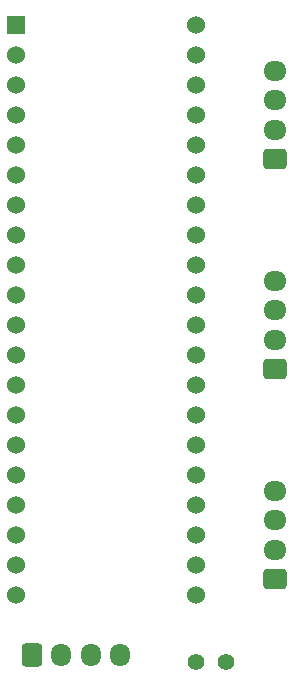
<source format=gts>
G04 #@! TF.GenerationSoftware,KiCad,Pcbnew,6.0.2+dfsg-1*
G04 #@! TF.CreationDate,2022-08-28T17:00:06+02:00*
G04 #@! TF.ProjectId,serialMonster,73657269-616c-44d6-9f6e-737465722e6b,0.1*
G04 #@! TF.SameCoordinates,Original*
G04 #@! TF.FileFunction,Soldermask,Top*
G04 #@! TF.FilePolarity,Negative*
%FSLAX46Y46*%
G04 Gerber Fmt 4.6, Leading zero omitted, Abs format (unit mm)*
G04 Created by KiCad (PCBNEW 6.0.2+dfsg-1) date 2022-08-28 17:00:06*
%MOMM*%
%LPD*%
G01*
G04 APERTURE LIST*
G04 Aperture macros list*
%AMRoundRect*
0 Rectangle with rounded corners*
0 $1 Rounding radius*
0 $2 $3 $4 $5 $6 $7 $8 $9 X,Y pos of 4 corners*
0 Add a 4 corners polygon primitive as box body*
4,1,4,$2,$3,$4,$5,$6,$7,$8,$9,$2,$3,0*
0 Add four circle primitives for the rounded corners*
1,1,$1+$1,$2,$3*
1,1,$1+$1,$4,$5*
1,1,$1+$1,$6,$7*
1,1,$1+$1,$8,$9*
0 Add four rect primitives between the rounded corners*
20,1,$1+$1,$2,$3,$4,$5,0*
20,1,$1+$1,$4,$5,$6,$7,0*
20,1,$1+$1,$6,$7,$8,$9,0*
20,1,$1+$1,$8,$9,$2,$3,0*%
G04 Aperture macros list end*
%ADD10RoundRect,0.250000X0.725000X-0.600000X0.725000X0.600000X-0.725000X0.600000X-0.725000X-0.600000X0*%
%ADD11O,1.950000X1.700000*%
%ADD12C,1.400000*%
%ADD13C,1.524000*%
%ADD14R,1.524000X1.524000*%
%ADD15RoundRect,0.250000X-0.600000X-0.725000X0.600000X-0.725000X0.600000X0.725000X-0.600000X0.725000X0*%
%ADD16O,1.700000X1.950000*%
G04 APERTURE END LIST*
D10*
X113390000Y-126305000D03*
D11*
X113390000Y-123805000D03*
X113390000Y-121305000D03*
X113390000Y-118805000D03*
D12*
X109220000Y-151130000D03*
X106680000Y-151130000D03*
D13*
X106680000Y-97155000D03*
X106680000Y-99695000D03*
X106680000Y-102235000D03*
X106680000Y-104775000D03*
X106680000Y-107315000D03*
X106680000Y-109855000D03*
X106680000Y-112395000D03*
X106680000Y-114935000D03*
X106680000Y-117475000D03*
X106680000Y-120015000D03*
X106680000Y-122555000D03*
X106680000Y-125095000D03*
X106680000Y-127635000D03*
X106680000Y-130175000D03*
X106680000Y-132715000D03*
X106680000Y-135255000D03*
X106680000Y-137795000D03*
X106680000Y-140335000D03*
X106680000Y-142875000D03*
X106680000Y-145415000D03*
X91440000Y-145415000D03*
X91440000Y-142875000D03*
X91440000Y-140335000D03*
X91440000Y-137795000D03*
X91440000Y-135255000D03*
X91440000Y-132715000D03*
X91440000Y-130175000D03*
X91440000Y-127635000D03*
X91440000Y-125095000D03*
X91440000Y-122555000D03*
X91440000Y-120015000D03*
X91440000Y-117475000D03*
X91440000Y-114935000D03*
X91440000Y-112395000D03*
X91440000Y-109855000D03*
X91440000Y-107315000D03*
X91440000Y-104775000D03*
X91440000Y-102235000D03*
X91440000Y-99695000D03*
D14*
X91440000Y-97155000D03*
D10*
X113390000Y-108525000D03*
D11*
X113390000Y-106025000D03*
X113390000Y-103525000D03*
X113390000Y-101025000D03*
D10*
X113390000Y-144085000D03*
D11*
X113390000Y-141585000D03*
X113390000Y-139085000D03*
X113390000Y-136585000D03*
D15*
X92770000Y-150495000D03*
D16*
X95270000Y-150495000D03*
X97770000Y-150495000D03*
X100270000Y-150495000D03*
M02*

</source>
